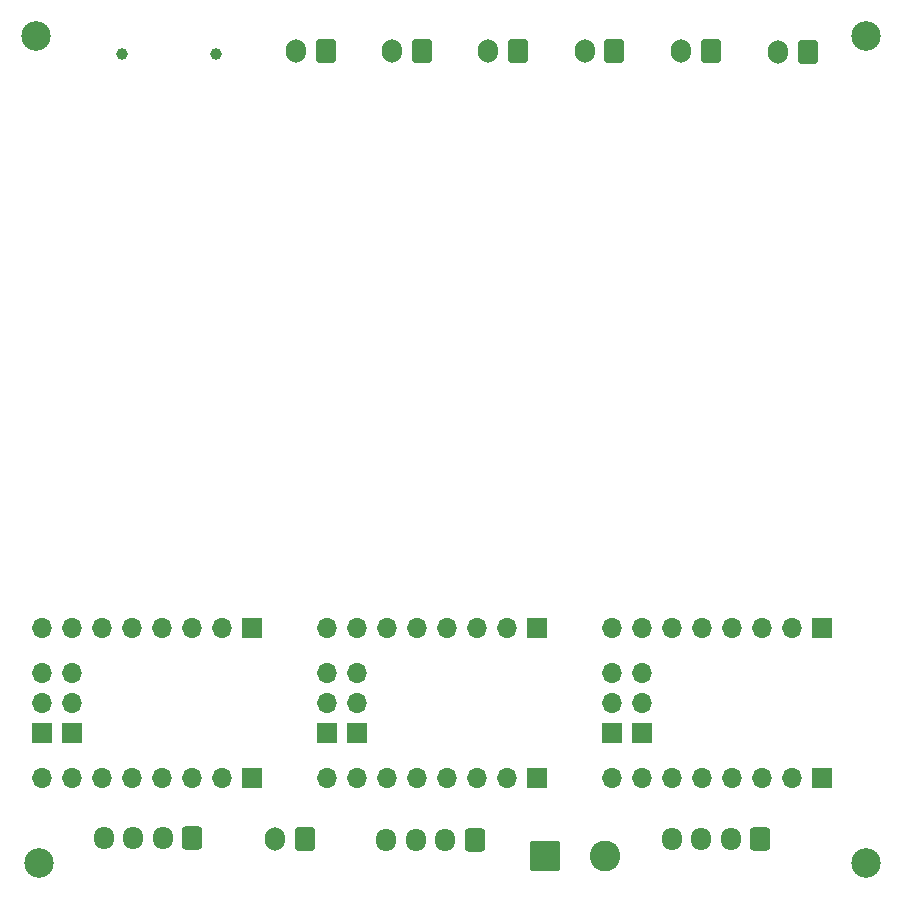
<source format=gbr>
%TF.GenerationSoftware,KiCad,Pcbnew,9.0.0*%
%TF.CreationDate,2025-04-21T14:47:56+01:00*%
%TF.ProjectId,ESP32_Cnc_Shield,45535033-325f-4436-9e63-5f536869656c,rev?*%
%TF.SameCoordinates,Original*%
%TF.FileFunction,Soldermask,Bot*%
%TF.FilePolarity,Negative*%
%FSLAX46Y46*%
G04 Gerber Fmt 4.6, Leading zero omitted, Abs format (unit mm)*
G04 Created by KiCad (PCBNEW 9.0.0) date 2025-04-21 14:47:56*
%MOMM*%
%LPD*%
G01*
G04 APERTURE LIST*
G04 Aperture macros list*
%AMRoundRect*
0 Rectangle with rounded corners*
0 $1 Rounding radius*
0 $2 $3 $4 $5 $6 $7 $8 $9 X,Y pos of 4 corners*
0 Add a 4 corners polygon primitive as box body*
4,1,4,$2,$3,$4,$5,$6,$7,$8,$9,$2,$3,0*
0 Add four circle primitives for the rounded corners*
1,1,$1+$1,$2,$3*
1,1,$1+$1,$4,$5*
1,1,$1+$1,$6,$7*
1,1,$1+$1,$8,$9*
0 Add four rect primitives between the rounded corners*
20,1,$1+$1,$2,$3,$4,$5,0*
20,1,$1+$1,$4,$5,$6,$7,0*
20,1,$1+$1,$6,$7,$8,$9,0*
20,1,$1+$1,$8,$9,$2,$3,0*%
G04 Aperture macros list end*
%ADD10R,1.700000X1.700000*%
%ADD11O,1.700000X1.700000*%
%ADD12C,2.500000*%
%ADD13RoundRect,0.250000X0.600000X0.725000X-0.600000X0.725000X-0.600000X-0.725000X0.600000X-0.725000X0*%
%ADD14O,1.700000X1.950000*%
%ADD15RoundRect,0.250000X0.600000X0.750000X-0.600000X0.750000X-0.600000X-0.750000X0.600000X-0.750000X0*%
%ADD16O,1.700000X2.000000*%
%ADD17C,0.999997*%
%ADD18RoundRect,0.250000X-1.050000X-1.050000X1.050000X-1.050000X1.050000X1.050000X-1.050000X1.050000X0*%
%ADD19C,2.600000*%
G04 APERTURE END LIST*
D10*
%TO.C,J11*%
X103505000Y-136510000D03*
D11*
X103505000Y-133970000D03*
X103505000Y-131430000D03*
%TD*%
D12*
%TO.C,H2*%
X52250000Y-77500000D03*
%TD*%
D13*
%TO.C,J17*%
X89360000Y-145530000D03*
D14*
X86860000Y-145530000D03*
X84360000Y-145530000D03*
X81860000Y-145530000D03*
%TD*%
D12*
%TO.C,H4*%
X122500000Y-147500000D03*
%TD*%
D15*
%TO.C,J2*%
X74990000Y-145490000D03*
D16*
X72490000Y-145490000D03*
%TD*%
D17*
%TO.C,MICRO_SD1*%
X67483800Y-79039400D03*
X59508200Y-79039400D03*
%TD*%
D10*
%TO.C,J13*%
X118745000Y-127620000D03*
D11*
X116205000Y-127620000D03*
X113665000Y-127620000D03*
X111125000Y-127620000D03*
X108585000Y-127620000D03*
X106045000Y-127620000D03*
X103505000Y-127620000D03*
X100965000Y-127620000D03*
%TD*%
D10*
%TO.C,J10*%
X100965000Y-136510000D03*
D11*
X100965000Y-133970000D03*
X100965000Y-131430000D03*
%TD*%
D10*
%TO.C,J4*%
X70485000Y-127620000D03*
D11*
X67945000Y-127620000D03*
X65405000Y-127620000D03*
X62865000Y-127620000D03*
X60325000Y-127620000D03*
X57785000Y-127620000D03*
X55245000Y-127620000D03*
X52705000Y-127620000D03*
%TD*%
D13*
%TO.C,J16*%
X113560000Y-145450000D03*
D14*
X111060000Y-145450000D03*
X108560000Y-145450000D03*
X106060000Y-145450000D03*
%TD*%
D10*
%TO.C,J15*%
X94615000Y-140320000D03*
D11*
X92075000Y-140320000D03*
X89535000Y-140320000D03*
X86995000Y-140320000D03*
X84455000Y-140320000D03*
X81915000Y-140320000D03*
X79375000Y-140320000D03*
X76835000Y-140320000D03*
%TD*%
D10*
%TO.C,J12*%
X94615000Y-127620000D03*
D11*
X92075000Y-127620000D03*
X89535000Y-127620000D03*
X86995000Y-127620000D03*
X84455000Y-127620000D03*
X81915000Y-127620000D03*
X79375000Y-127620000D03*
X76835000Y-127620000D03*
%TD*%
D18*
%TO.C,J1*%
X95315000Y-146912500D03*
D19*
X100395000Y-146912500D03*
%TD*%
D15*
%TO.C,J21*%
X76750000Y-78750000D03*
D16*
X74250000Y-78750000D03*
%TD*%
D13*
%TO.C,J6*%
X65450000Y-145410000D03*
D14*
X62950000Y-145410000D03*
X60450000Y-145410000D03*
X57950000Y-145410000D03*
%TD*%
D15*
%TO.C,J20*%
X101175000Y-78800000D03*
D16*
X98675000Y-78800000D03*
%TD*%
D10*
%TO.C,J3*%
X52705000Y-136510000D03*
D11*
X52705000Y-133970000D03*
X52705000Y-131430000D03*
%TD*%
D15*
%TO.C,J24*%
X109380000Y-78790000D03*
D16*
X106880000Y-78790000D03*
%TD*%
D12*
%TO.C,H3*%
X52500000Y-147500000D03*
%TD*%
D10*
%TO.C,J9*%
X79375000Y-136510000D03*
D11*
X79375000Y-133970000D03*
X79375000Y-131430000D03*
%TD*%
D15*
%TO.C,J18*%
X84877500Y-78760000D03*
D16*
X82377500Y-78760000D03*
%TD*%
D12*
%TO.C,H1*%
X122500000Y-77500000D03*
%TD*%
D10*
%TO.C,J5*%
X70485000Y-140320000D03*
D11*
X67945000Y-140320000D03*
X65405000Y-140320000D03*
X62865000Y-140320000D03*
X60325000Y-140320000D03*
X57785000Y-140320000D03*
X55245000Y-140320000D03*
X52705000Y-140320000D03*
%TD*%
D10*
%TO.C,J14*%
X118745000Y-140320000D03*
D11*
X116205000Y-140320000D03*
X113665000Y-140320000D03*
X111125000Y-140320000D03*
X108585000Y-140320000D03*
X106045000Y-140320000D03*
X103505000Y-140320000D03*
X100965000Y-140320000D03*
%TD*%
D10*
%TO.C,J8*%
X76835000Y-136510000D03*
D11*
X76835000Y-133970000D03*
X76835000Y-131430000D03*
%TD*%
D15*
%TO.C,J25*%
X117550000Y-78810000D03*
D16*
X115050000Y-78810000D03*
%TD*%
D15*
%TO.C,J19*%
X93002500Y-78770000D03*
D16*
X90502500Y-78770000D03*
%TD*%
D10*
%TO.C,J7*%
X55245000Y-136510000D03*
D11*
X55245000Y-133970000D03*
X55245000Y-131430000D03*
%TD*%
M02*

</source>
